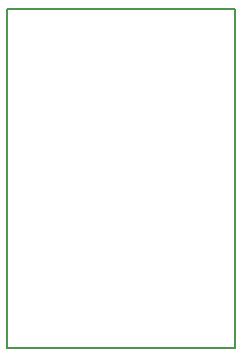
<source format=gko>
G04 Layer_Color=16711935*
%FSTAX24Y24*%
%MOIN*%
G70*
G01*
G75*
%ADD16C,0.0080*%
D16*
X0412Y0312D02*
X0488D01*
X0412Y0199D02*
Y0312D01*
Y0199D02*
X0488D01*
Y0312D01*
M02*

</source>
